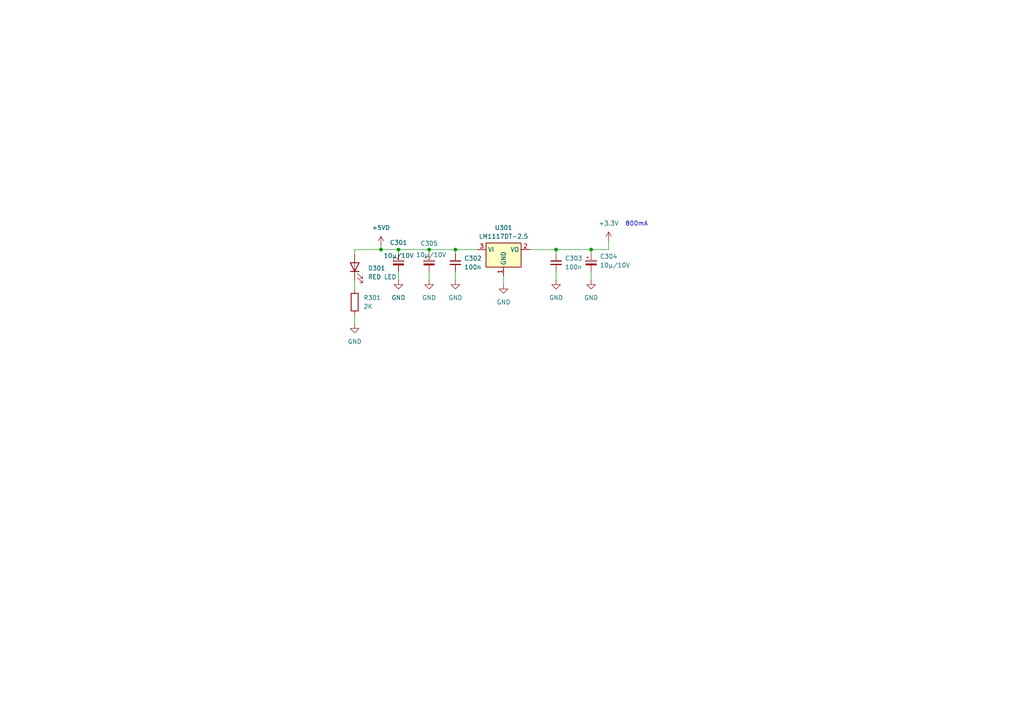
<source format=kicad_sch>
(kicad_sch (version 20250114) (generator "eeschema") (generator_version "9.0")
  (paper "A4")
  (title_block (title "POWER SUPPLY") (date "2025-09-17") (rev "V1.0") (company "CMOS-74A"))
  (lib_symbols
    (symbol "Device:C_Polarized_Small" (pin_numbers (hide yes)) (pin_names (offset 0.254) (hide yes))
      (property "Reference" "C" (at 0.254 1.778 0))
      (property "Value" "C_Polarized_Small" (at 0.254 -2.032 0))
      (symbol "C_Polarized_Small_0_1"
        (rectangle (start -1.524 0.6858) (end 1.524 0.3048))
        (rectangle (start -1.524 -0.3048) (end 1.524 -0.6858) (fill (type outline)))
        (polyline (pts (xy -1.27 1.524) (xy -0.762 1.524)))
        (polyline (pts (xy -1.016 1.27) (xy -1.016 1.778)))
      )
      (symbol "C_Polarized_Small_1_1"
        (pin passive line (at 0 2.54 270) (length 1.8542) (name "~") (number "1"))
        (pin passive line (at 0 -2.54 90) (length 1.8542) (name "~") (number "2"))
      )
    )
    (symbol "Device:C_Small" (pin_numbers (hide yes)) (pin_names (offset 0.254) (hide yes))
      (property "Reference" "C" (at 0.254 1.778 0))
      (property "Value" "C_Small" (at 0.254 -2.032 0))
      (symbol "C_Small_0_1"
        (polyline (pts (xy -1.524 0.508) (xy 1.524 0.508)) (stroke (width 0.3048)))
        (polyline (pts (xy -1.524 -0.508) (xy 1.524 -0.508)) (stroke (width 0.3302)))
      )
      (symbol "C_Small_1_1"
        (pin passive line (at 0 2.54 270) (length 2.032) (name "~") (number "1"))
        (pin passive line (at 0 -2.54 90) (length 2.032) (name "~") (number "2"))
      )
    )
    (symbol "Device:LED" (pin_numbers (hide yes)) (pin_names (offset 1.016) (hide yes))
      (property "Reference" "D" (at 0 2.54 0))
      (property "Value" "LED" (at 0 -2.54 0))
      (symbol "LED_0_1"
        (polyline (pts (xy -3.048 -0.762) (xy -4.572 -2.286) (xy -3.81 -2.286) (xy -4.572 -2.286) (xy -4.572 -1.524)))
        (polyline (pts (xy -1.778 -0.762) (xy -3.302 -2.286) (xy -2.54 -2.286) (xy -3.302 -2.286) (xy -3.302 -1.524)))
        (polyline (pts (xy -1.27 0) (xy 1.27 0)))
        (polyline (pts (xy -1.27 -1.27) (xy -1.27 1.27)) (stroke (width 0.254)))
        (polyline (pts (xy 1.27 -1.27) (xy 1.27 1.27) (xy -1.27 0) (xy 1.27 -1.27)) (stroke (width 0.254)))
      )
      (symbol "LED_1_1"
        (pin passive line (at -3.81 0 0) (length 2.54) (name "K") (number "1"))
        (pin passive line (at 3.81 0 180) (length 2.54) (name "A") (number "2"))
      )
    )
    (symbol "Device:R" (pin_numbers (hide yes)) (pin_names (offset 0))
      (property "Reference" "R" (at 2.032 0 90))
      (property "Value" "R" (at 0 0 90))
      (symbol "R_0_1"
        (rectangle (start -1.016 -2.54) (end 1.016 2.54) (stroke (width 0.254)))
      )
      (symbol "R_1_1"
        (pin passive line (at 0 3.81 270) (length 1.27) (name "~") (number "1"))
        (pin passive line (at 0 -3.81 90) (length 1.27) (name "~") (number "2"))
      )
    )
    (symbol "Regulator_Linear:LM1117DT-2.5"
      (property "Reference" "U" (at -3.81 3.175 0))
      (property "Value" "LM1117DT-2.5" (at 0 3.175 0))
      (symbol "LM1117DT-2.5_0_1"
        (rectangle (start -5.08 -5.08) (end 5.08 1.905) (stroke (width 0.254)) (fill (type background)))
      )
      (symbol "LM1117DT-2.5_1_1"
        (pin power_in line (at -7.62 0 0) (length 2.54) (name "VI") (number "3"))
        (pin power_in line (at 0 -7.62 90) (length 2.54) (name "GND") (number "1"))
        (pin power_out line (at 7.62 0 180) (length 2.54) (name "VO") (number "2"))
      )
    )
    (symbol "power:+3.3V" (power) (pin_numbers (hide yes)) (pin_names (offset 0) (hide yes))
      (property "Value" "+3.3V" (at 0 3.556 0))
      (symbol "+3.3V_0_1"
        (polyline (pts (xy -0.762 1.27) (xy 0 2.54)))
        (polyline (pts (xy 0 2.54) (xy 0.762 1.27)))
        (polyline (pts (xy 0 0) (xy 0 2.54)))
      )
      (symbol "+3.3V_1_1"
        (pin power_in line (at 0 0 90) (length 0) (name "~") (number "1"))
      )
    )
    (symbol "power:+5VD" (power) (pin_numbers (hide yes)) (pin_names (offset 0) (hide yes))
      (property "Value" "+5VD" (at 0 3.556 0))
      (symbol "+5VD_0_1"
        (polyline (pts (xy -0.762 1.27) (xy 0 2.54)))
        (polyline (pts (xy 0 2.54) (xy 0.762 1.27)))
        (polyline (pts (xy 0 0) (xy 0 2.54)))
      )
      (symbol "+5VD_1_1"
        (pin power_in line (at 0 0 90) (length 0) (name "~") (number "1"))
      )
    )
    (symbol "power:GND" (power) (pin_numbers (hide yes)) (pin_names (offset 0) (hide yes))
      (property "Value" "GND" (at 0 -3.81 0))
      (symbol "GND_0_1"
        (polyline (pts (xy 0 0) (xy 0 -1.27) (xy 1.27 -1.27) (xy 0 -2.54) (xy -1.27 -1.27) (xy 0 -1.27)))
      )
      (symbol "GND_1_1"
        (pin power_in line (at 0 0 270) (length 0) (name "~") (number "1"))
      )
    )
  )
  (text "800mA" (at 184.658 65.024 0) (effects (font (size 1.27 1.27))))
  (junction (at 161.29 72.39))
  (junction (at 132.08 72.39))
  (junction (at 171.45 72.39))
  (junction (at 115.57 72.39))
  (junction (at 124.46 72.39))
  (junction (at 110.49 72.39))
  (wire (pts (xy 161.29 72.39) (xy 171.45 72.39)))
  (wire (pts (xy 124.46 72.39) (xy 124.46 73.66)))
  (wire (pts (xy 115.57 72.39) (xy 110.49 72.39)))
  (wire (pts (xy 110.49 72.39) (xy 102.87 72.39)))
  (wire (pts (xy 102.87 81.28) (xy 102.87 83.82)))
  (wire (pts (xy 171.45 78.74) (xy 171.45 81.28)))
  (wire (pts (xy 171.45 72.39) (xy 171.45 73.66)))
  (wire (pts (xy 138.43 72.39) (xy 132.08 72.39)))
  (wire (pts (xy 161.29 72.39) (xy 161.29 73.66)))
  (wire (pts (xy 146.05 80.01) (xy 146.05 82.55)))
  (wire (pts (xy 171.45 72.39) (xy 176.53 72.39)))
  (wire (pts (xy 132.08 78.74) (xy 132.08 81.28)))
  (wire (pts (xy 110.49 72.39) (xy 110.49 71.12)))
  (wire (pts (xy 124.46 78.74) (xy 124.46 81.28)))
  (wire (pts (xy 132.08 72.39) (xy 132.08 73.66)))
  (wire (pts (xy 115.57 72.39) (xy 115.57 73.66)))
  (wire (pts (xy 161.29 78.74) (xy 161.29 81.28)))
  (wire (pts (xy 176.53 72.39) (xy 176.53 69.85)))
  (wire (pts (xy 124.46 72.39) (xy 132.08 72.39)))
  (wire (pts (xy 102.87 91.44) (xy 102.87 93.98)))
  (wire (pts (xy 115.57 72.39) (xy 124.46 72.39)))
  (wire (pts (xy 102.87 72.39) (xy 102.87 73.66)))
  (wire (pts (xy 115.57 78.74) (xy 115.57 81.28)))
  (wire (pts (xy 153.67 72.39) (xy 161.29 72.39)))
  (symbol (lib_id "power:+3.3V") (at 176.53 69.85 0) (unit 1)
    (property "Reference" "#PWR0308" (effects (hide yes)))
    (property "Value" "+3.3V" (at 176.53 64.77 0))
    (property "Description" "Power symbol creates a global label with name \"+3.3V\"" (effects (hide yes)))
  )
  (symbol (lib_id "Device:LED") (at 102.87 77.47 90) (unit 1)
    (property "Reference" "D301" (at 106.68 77.7874 90) (effects (justify right)))
    (property "Value" "RED LED" (at 106.68 80.3274 90) (effects (justify right)))
    (property "Footprint" "LED_SMD:LED_0603_1608Metric" (effects (hide yes)))
    (property "Description" "Light emitting diode" (effects (hide yes)))
    (property "Sim.Pins" "1=K 2=A" (effects (hide yes)))
  )
  (symbol (lib_id "Regulator_Linear:LM1117DT-2.5") (at 146.05 72.39 0) (unit 1)
    (property "Reference" "U301" (at 146.05 66.04 0))
    (property "Value" "LM1117DT-2.5" (at 146.05 68.58 0))
    (property "Footprint" "Package_TO_SOT_SMD:TO-252-3_TabPin2" (effects (hide yes)))
    (property "Datasheet" "http://www.ti.com/lit/ds/symlink/lm1117.pdf" (effects (hide yes)))
    (property "Description" "800mA Low-Dropout Linear Regulator, 2.5V fixed output, TO-252" (effects (hide yes)))
  )
  (symbol (lib_id "Device:C_Small") (at 161.29 76.2 0) (unit 1)
    (property "Reference" "C303" (at 163.83 74.9362 0) (effects (justify left)))
    (property "Value" "100n" (at 163.83 77.4762 0) (effects (justify left)))
    (property "Footprint" "Capacitor_SMD:C_0603_1608Metric" (effects (hide yes)))
    (property "Description" "Unpolarized capacitor, small symbol" (effects (hide yes)))
  )
  (symbol (lib_id "power:GND") (at 115.57 81.28 0) (unit 1)
    (property "Reference" "#PWR0303" (effects (hide yes)))
    (property "Value" "GND" (at 115.57 86.36 0))
    (property "Description" "Power symbol creates a global label with name \"GND\" , ground" (effects (hide yes)))
  )
  (symbol (lib_id "power:GND") (at 161.29 81.28 0) (unit 1)
    (property "Reference" "#PWR0306" (effects (hide yes)))
    (property "Value" "GND" (at 161.29 86.36 0))
    (property "Description" "Power symbol creates a global label with name \"GND\" , ground" (effects (hide yes)))
  )
  (symbol (lib_id "power:GND") (at 124.46 81.28 0) (unit 1)
    (property "Reference" "#PWR01" (effects (hide yes)))
    (property "Value" "GND" (at 124.46 86.36 0))
    (property "Description" "Power symbol creates a global label with name \"GND\" , ground" (effects (hide yes)))
  )
  (symbol (lib_id "power:GND") (at 171.45 81.28 0) (unit 1)
    (property "Reference" "#PWR0307" (effects (hide yes)))
    (property "Value" "GND" (at 171.45 86.36 0))
    (property "Description" "Power symbol creates a global label with name \"GND\" , ground" (effects (hide yes)))
  )
  (symbol (lib_id "power:GND") (at 102.87 93.98 0) (unit 1)
    (property "Reference" "#PWR0301" (effects (hide yes)))
    (property "Value" "GND" (at 102.87 99.06 0))
    (property "Description" "Power symbol creates a global label with name \"GND\" , ground" (effects (hide yes)))
  )
  (symbol (lib_id "power:GND") (at 132.08 81.28 0) (unit 1)
    (property "Reference" "#PWR0304" (effects (hide yes)))
    (property "Value" "GND" (at 132.08 86.36 0))
    (property "Description" "Power symbol creates a global label with name \"GND\" , ground" (effects (hide yes)))
  )
  (symbol (lib_id "power:GND") (at 146.05 82.55 0) (unit 1)
    (property "Reference" "#PWR0305" (effects (hide yes)))
    (property "Value" "GND" (at 146.05 87.63 0))
    (property "Description" "Power symbol creates a global label with name \"GND\" , ground" (effects (hide yes)))
  )
  (symbol (lib_id "Device:C_Polarized_Small") (at 171.45 76.2 0) (unit 1)
    (property "Reference" "C304" (at 173.99 74.3838 0) (effects (justify left)))
    (property "Value" "10µ/10V" (at 173.99 76.9238 0) (effects (justify left)))
    (property "Footprint" "Capacitor_Tantalum_SMD:CP_EIA-3216-12_Kemet-S_HandSolder" (effects (hide yes)))
    (property "Description" "Polarized capacitor, small symbol" (effects (hide yes)))
  )
  (symbol (lib_id "Device:C_Small") (at 132.08 76.2 0) (unit 1)
    (property "Reference" "C302" (at 134.62 74.9362 0) (effects (justify left)))
    (property "Value" "100n" (at 134.62 77.4762 0) (effects (justify left)))
    (property "Footprint" "Capacitor_SMD:C_0603_1608Metric" (effects (hide yes)))
    (property "Description" "Unpolarized capacitor, small symbol" (effects (hide yes)))
  )
  (symbol (lib_id "Device:R") (at 102.87 87.63 0) (unit 1)
    (property "Reference" "R301" (at 105.41 86.3599 0) (effects (justify left)))
    (property "Value" "2K" (at 105.41 88.8999 0) (effects (justify left)))
    (property "Footprint" "Resistor_SMD:R_0603_1608Metric" (effects (hide yes)))
    (property "Description" "Resistor" (effects (hide yes)))
  )
  (symbol (lib_id "power:+5VD") (at 110.49 71.12 0) (unit 1)
    (property "Reference" "#PWR0302" (effects (hide yes)))
    (property "Value" "+5VD" (at 110.49 66.04 0))
    (property "Description" "Power symbol creates a global label with name \"+5VD\"" (effects (hide yes)))
  )
  (symbol (lib_id "Device:C_Polarized_Small") (at 124.46 76.2 0) (unit 1)
    (property "Reference" "C305" (at 121.92 70.612 0) (effects (justify left)))
    (property "Value" "10µ/10V" (at 120.65 73.914 0) (effects (justify left)))
    (property "Footprint" "Capacitor_Tantalum_SMD:CP_EIA-3216-12_Kemet-S_HandSolder" (effects (hide yes)))
    (property "Description" "Polarized capacitor, small symbol" (effects (hide yes)))
  )
  (symbol (lib_id "Device:C_Polarized_Small") (at 115.57 76.2 0) (unit 1)
    (property "Reference" "C301" (at 113.03 70.358 0) (effects (justify left)))
    (property "Value" "10µ/10V" (at 111.252 74.168 0) (effects (justify left)))
    (property "Footprint" "Capacitor_Tantalum_SMD:CP_EIA-3216-12_Kemet-S_HandSolder" (effects (hide yes)))
    (property "Description" "Polarized capacitor, small symbol" (effects (hide yes)))
  )
)
</source>
